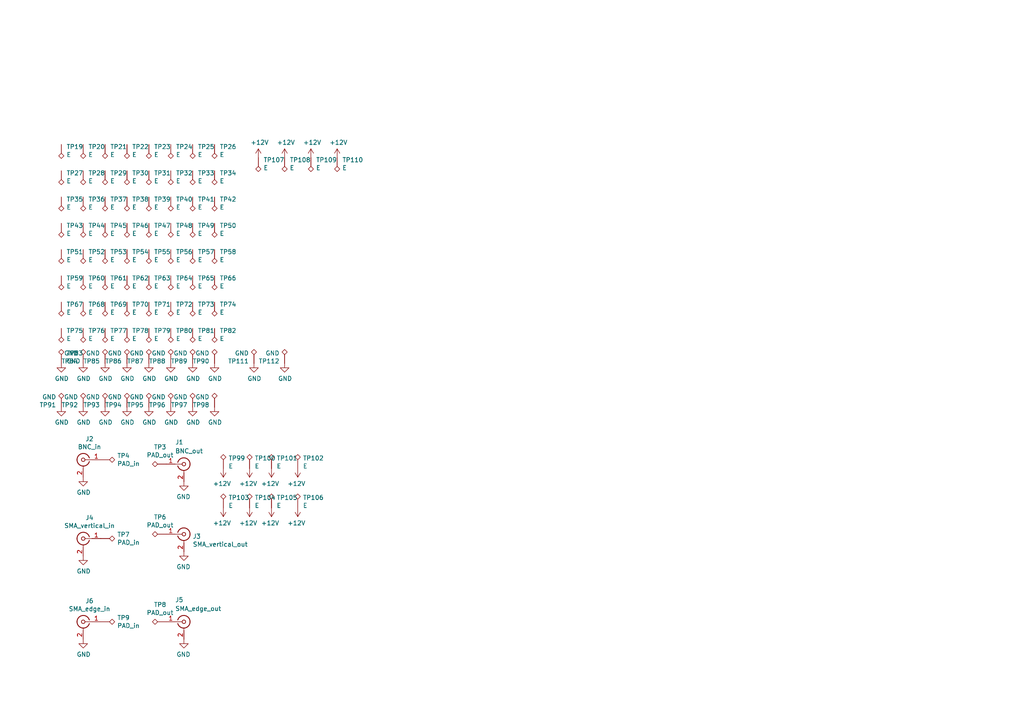
<source format=kicad_sch>
(kicad_sch (version 20211123) (generator eeschema)
  (paper "A4")
  (lib_symbols
    (symbol "Connector:Conn_Coaxial" (pin_names (offset 1.016) hide)
      (property "Reference" "J" (at 0.254 3.048 0))
      (property "Value" "Conn_Coaxial" (at 2.921 0 90))
      (symbol "Conn_Coaxial_0_1"
        (arc (start -1.778 -0.508) (mid 0.2311 -1.8066) (end 1.778 0) (stroke (width 0.254)))
        (polyline (pts (xy -2.54 0) (xy -0.508 0)))
        (polyline (pts (xy 0 -2.54) (xy 0 -1.778)))
        (circle (center 0 0) (radius 0.508) (stroke (width 0.2032)))
        (arc (start 1.778 0) (mid 0.2099 1.8101) (end -1.778 0.508) (stroke (width 0.254)))
      )
      (symbol "Conn_Coaxial_1_1"
        (pin passive line (at -5.08 0 0) (length 2.54) (name "In") (number "1"))
        (pin passive line (at 0 -5.08 90) (length 2.54) (name "Ext") (number "2"))
      )
    )
    (symbol "Connector:TestPoint_Alt" (pin_numbers hide) (pin_names (offset 0.762) hide)
      (property "Reference" "TP" (at 0 6.858 0))
      (property "Value" "TestPoint_Alt" (at 0 5.08 0))
      (symbol "TestPoint_Alt_0_1"
        (polyline (pts (xy 0 2.54) (xy -0.762 3.302) (xy 0 4.064) (xy 0.762 3.302) (xy 0 2.54)))
      )
      (symbol "TestPoint_Alt_1_1"
        (pin passive line (at 0 0 90) (length 2.54) (name "1") (number "1"))
      )
    )
    (symbol "power:+12V" (power) (pin_names (offset 0))
      (property "Value" "+12V" (at 0 3.556 0))
      (symbol "+12V_0_1"
        (polyline (pts (xy -0.762 1.27) (xy 0 2.54)))
        (polyline (pts (xy 0 0) (xy 0 2.54)))
        (polyline (pts (xy 0 2.54) (xy 0.762 1.27)))
      )
      (symbol "+12V_1_1"
        (pin power_in line (at 0 0 90) (length 0) hide (name "+12V") (number "1"))
      )
    )
    (symbol "power:GND" (power) (pin_names (offset 0))
      (property "Value" "GND" (at 0 -3.81 0))
      (symbol "GND_0_1"
        (polyline (pts (xy 0 0) (xy 0 -1.27) (xy 1.27 -1.27) (xy 0 -2.54) (xy -1.27 -1.27) (xy 0 -1.27)))
      )
      (symbol "GND_1_1"
        (pin power_in line (at 0 0 270) (length 0) hide (name "GND") (number "1"))
      )
    )
  )
  (symbol (lib_id "Connector:TestPoint_Alt") (at 74.93 45.72 180) (unit 1)
    (property "Reference" "TP107" (at 76.4032 46.3804 0) (effects (justify right)))
    (property "Value" "E" (at 76.4032 48.6918 0) (effects (justify right)))
    (property "Footprint" "TestPad:TestPad_2x49-72" (effects hide))
  )
  (symbol (lib_id "power:+12V") (at 74.93 45.72 0) (unit 1)
    (property "Reference" "#PWR0131" (effects hide))
    (property "Value" "+12V" (at 75.311 41.3258 0))
  )
  (symbol (lib_id "Connector:TestPoint_Alt") (at 82.55 45.72 180) (unit 1)
    (property "Reference" "TP108" (at 84.0232 46.3804 0) (effects (justify right)))
    (property "Value" "E" (at 84.0232 48.6918 0) (effects (justify right)))
    (property "Footprint" "TestPad:TestPad_2x49-72" (effects hide))
  )
  (symbol (lib_id "power:+12V") (at 82.55 45.72 0) (unit 1)
    (property "Reference" "#PWR0132" (effects hide))
    (property "Value" "+12V" (at 82.931 41.3258 0))
  )
  (symbol (lib_id "Connector:Conn_Coaxial") (at 24.13 133.35 0) (mirror y) (unit 1)
    (property "Reference" "J2" (at 25.9588 127.3048 0))
    (property "Value" "BNC_in" (at 25.9588 129.6162 0))
    (property "Footprint" "Connector_Coaxial:BNC_Amphenol_B6252HB-NPP3G-50_Horizontal" (effects hide))
    (property "Datasheet" " ~" (effects hide))
  )
  (symbol (lib_id "Connector:Conn_Coaxial") (at 24.13 156.21 0) (mirror y) (unit 1)
    (property "Reference" "J4" (at 25.9588 150.1648 0))
    (property "Value" "SMA_vertical_in" (at 25.9588 152.4762 0))
    (property "Footprint" "Connector_Coaxial:SMA_Amphenol_901-144_Vertical" (effects hide))
    (property "Datasheet" " ~" (effects hide))
  )
  (symbol (lib_id "Connector:Conn_Coaxial") (at 24.13 180.34 0) (mirror y) (unit 1)
    (property "Reference" "J6" (at 25.9588 174.2948 0))
    (property "Value" "SMA_edge_in" (at 25.9588 176.6062 0))
    (property "Footprint" "Connector_Coaxial:SMA_Molex_73251-1153_EdgeMount_Horizontal" (effects hide))
    (property "Datasheet" " ~" (effects hide))
  )
  (symbol (lib_id "power:GND") (at 24.13 138.43 0) (unit 1)
    (property "Reference" "#PWR0101" (effects hide))
    (property "Value" "GND" (at 24.257 142.8242 0))
  )
  (symbol (lib_id "power:GND") (at 24.13 161.29 0) (unit 1)
    (property "Reference" "#PWR0102" (effects hide))
    (property "Value" "GND" (at 24.257 165.6842 0))
  )
  (symbol (lib_id "power:GND") (at 24.13 185.42 0) (unit 1)
    (property "Reference" "#PWR0103" (effects hide))
    (property "Value" "GND" (at 24.257 189.8142 0))
  )
  (symbol (lib_id "Connector:Conn_Coaxial") (at 53.34 134.62 0) (unit 1)
    (property "Reference" "J1" (at 50.8 128.27 0) (effects (justify left)))
    (property "Value" "BNC_out" (at 50.8 130.81 0) (effects (justify left)))
    (property "Footprint" "Connector_Coaxial:BNC_Amphenol_B6252HB-NPP3G-50_Horizontal" (effects hide))
    (property "Datasheet" " ~" (effects hide))
  )
  (symbol (lib_id "Connector:Conn_Coaxial") (at 53.34 154.94 0) (unit 1)
    (property "Reference" "J3" (at 55.88 155.575 0) (effects (justify left)))
    (property "Value" "SMA_vertical_out" (at 55.88 157.8864 0) (effects (justify left)))
    (property "Footprint" "Connector_Coaxial:SMA_Amphenol_901-144_Vertical" (effects hide))
    (property "Datasheet" " ~" (effects hide))
  )
  (symbol (lib_id "Connector:Conn_Coaxial") (at 53.34 180.34 0) (unit 1)
    (property "Reference" "J5" (at 50.8 173.99 0) (effects (justify left)))
    (property "Value" "SMA_edge_out" (at 50.8 176.53 0) (effects (justify left)))
    (property "Footprint" "Connector_Coaxial:SMA_Molex_73251-1153_EdgeMount_Horizontal" (effects hide))
    (property "Datasheet" " ~" (effects hide))
  )
  (symbol (lib_id "power:GND") (at 53.34 139.7 0) (mirror y) (unit 1)
    (property "Reference" "#PWR0104" (effects hide))
    (property "Value" "GND" (at 53.213 144.0942 0))
  )
  (symbol (lib_id "power:GND") (at 53.34 160.02 0) (mirror y) (unit 1)
    (property "Reference" "#PWR0105" (effects hide))
    (property "Value" "GND" (at 53.213 164.4142 0))
  )
  (symbol (lib_id "power:GND") (at 53.34 185.42 0) (mirror y) (unit 1)
    (property "Reference" "#PWR0106" (effects hide))
    (property "Value" "GND" (at 53.213 189.8142 0))
  )
  (symbol (lib_id "Connector:TestPoint_Alt") (at 90.17 45.72 180) (unit 1)
    (property "Reference" "TP109" (at 91.6432 46.3804 0) (effects (justify right)))
    (property "Value" "E" (at 91.6432 48.6918 0) (effects (justify right)))
    (property "Footprint" "TestPad:TestPad_2x49-72" (effects hide))
  )
  (symbol (lib_id "power:+12V") (at 90.17 45.72 0) (unit 1)
    (property "Reference" "#PWR0133" (effects hide))
    (property "Value" "+12V" (at 90.551 41.3258 0))
  )
  (symbol (lib_id "Connector:TestPoint_Alt") (at 97.79 45.72 180) (unit 1)
    (property "Reference" "TP110" (at 99.2632 46.3804 0) (effects (justify right)))
    (property "Value" "E" (at 99.2632 48.6918 0) (effects (justify right)))
    (property "Footprint" "TestPad:TestPad_2x49-72" (effects hide))
  )
  (symbol (lib_id "power:+12V") (at 97.79 45.72 0) (unit 1)
    (property "Reference" "#PWR0134" (effects hide))
    (property "Value" "+12V" (at 98.171 41.3258 0))
  )
  (symbol (lib_id "Connector:TestPoint_Alt") (at 29.21 133.35 270) (unit 1)
    (property "Reference" "TP4" (at 33.9852 132.1816 90) (effects (justify left)))
    (property "Value" "PAD_in" (at 33.9852 134.493 90) (effects (justify left)))
    (property "Footprint" "TestPoint:TestPoint_Pad_4.0x4.0mm" (effects hide))
  )
  (symbol (lib_id "Connector:TestPoint_Alt") (at 29.21 156.21 270) (unit 1)
    (property "Reference" "TP7" (at 33.9852 155.0416 90) (effects (justify left)))
    (property "Value" "PAD_in" (at 33.9852 157.353 90) (effects (justify left)))
    (property "Footprint" "TestPoint:TestPoint_Pad_4.0x4.0mm" (effects hide))
  )
  (symbol (lib_id "Connector:TestPoint_Alt") (at 29.21 180.34 270) (unit 1)
    (property "Reference" "TP9" (at 33.9852 179.1716 90) (effects (justify left)))
    (property "Value" "PAD_in" (at 33.9852 181.483 90) (effects (justify left)))
    (property "Footprint" "TestPoint:TestPoint_Pad_4.0x4.0mm" (effects hide))
  )
  (symbol (lib_id "Connector:TestPoint_Alt") (at 48.26 134.62 90) (unit 1)
    (property "Reference" "TP3" (at 46.4312 129.667 90))
    (property "Value" "PAD_out" (at 46.4312 131.9784 90))
    (property "Footprint" "TestPoint:TestPoint_Pad_4.0x4.0mm" (effects hide))
  )
  (symbol (lib_id "Connector:TestPoint_Alt") (at 48.26 154.94 90) (unit 1)
    (property "Reference" "TP6" (at 46.4312 149.987 90))
    (property "Value" "PAD_out" (at 46.4312 152.2984 90))
    (property "Footprint" "TestPoint:TestPoint_Pad_4.0x4.0mm" (effects hide))
  )
  (symbol (lib_id "Connector:TestPoint_Alt") (at 48.26 180.34 90) (unit 1)
    (property "Reference" "TP8" (at 46.4312 175.387 90))
    (property "Value" "PAD_out" (at 46.4312 177.6984 90))
    (property "Footprint" "TestPoint:TestPoint_Pad_4.0x4.0mm" (effects hide))
  )
  (symbol (lib_id "Connector:TestPoint_Alt") (at 73.66 105.41 0) (unit 1)
    (property "Reference" "TP111" (at 72.1868 104.7496 0) (effects (justify right)))
    (property "Value" "GND" (at 72.1868 102.4382 0) (effects (justify right)))
    (property "Footprint" "TestPad:TestPad_2x103-06" (effects hide))
  )
  (symbol (lib_id "power:GND") (at 73.66 105.41 0) (unit 1)
    (property "Reference" "#PWR0135" (effects hide))
    (property "Value" "GND" (at 73.787 109.8042 0))
  )
  (symbol (lib_id "Connector:TestPoint_Alt") (at 82.55 105.41 0) (unit 1)
    (property "Reference" "TP112" (at 81.0768 104.7496 0) (effects (justify right)))
    (property "Value" "GND" (at 81.0768 102.4382 0) (effects (justify right)))
    (property "Footprint" "TestPad:TestPad_2x103-06" (effects hide))
  )
  (symbol (lib_id "power:GND") (at 82.55 105.41 0) (unit 1)
    (property "Reference" "#PWR0136" (effects hide))
    (property "Value" "GND" (at 82.677 109.8042 0))
  )
  (symbol (lib_id "Connector:TestPoint_Alt") (at 17.78 41.91 180) (unit 1)
    (property "Reference" "TP19" (at 19.2532 42.5704 0) (effects (justify right)))
    (property "Value" "E" (at 19.2532 44.8818 0) (effects (justify right)))
    (property "Footprint" "TestPoint:TestPoint_Pad_4.0x4.0mm" (effects hide))
  )
  (symbol (lib_id "Connector:TestPoint_Alt") (at 24.13 41.91 180) (unit 1)
    (property "Reference" "TP20" (at 25.6032 42.5704 0) (effects (justify right)))
    (property "Value" "E" (at 25.6032 44.8818 0) (effects (justify right)))
    (property "Footprint" "TestPoint:TestPoint_Pad_4.0x4.0mm" (effects hide))
  )
  (symbol (lib_id "Connector:TestPoint_Alt") (at 17.78 49.53 180) (unit 1)
    (property "Reference" "TP27" (at 19.2532 50.1904 0) (effects (justify right)))
    (property "Value" "E" (at 19.2532 52.5018 0) (effects (justify right)))
    (property "Footprint" "TestPoint:TestPoint_Pad_4.0x4.0mm" (effects hide))
  )
  (symbol (lib_id "Connector:TestPoint_Alt") (at 24.13 49.53 180) (unit 1)
    (property "Reference" "TP28" (at 25.6032 50.1904 0) (effects (justify right)))
    (property "Value" "E" (at 25.6032 52.5018 0) (effects (justify right)))
    (property "Footprint" "TestPoint:TestPoint_Pad_4.0x4.0mm" (effects hide))
  )
  (symbol (lib_id "Connector:TestPoint_Alt") (at 30.48 41.91 180) (unit 1)
    (property "Reference" "TP21" (at 31.9532 42.5704 0) (effects (justify right)))
    (property "Value" "E" (at 31.9532 44.8818 0) (effects (justify right)))
    (property "Footprint" "TestPoint:TestPoint_Pad_4.0x4.0mm" (effects hide))
  )
  (symbol (lib_id "Connector:TestPoint_Alt") (at 36.83 41.91 180) (unit 1)
    (property "Reference" "TP22" (at 38.3032 42.5704 0) (effects (justify right)))
    (property "Value" "E" (at 38.3032 44.8818 0) (effects (justify right)))
    (property "Footprint" "TestPoint:TestPoint_Pad_4.0x4.0mm" (effects hide))
  )
  (symbol (lib_id "Connector:TestPoint_Alt") (at 30.48 49.53 180) (unit 1)
    (property "Reference" "TP29" (at 31.9532 50.1904 0) (effects (justify right)))
    (property "Value" "E" (at 31.9532 52.5018 0) (effects (justify right)))
    (property "Footprint" "TestPoint:TestPoint_Pad_4.0x4.0mm" (effects hide))
  )
  (symbol (lib_id "Connector:TestPoint_Alt") (at 36.83 49.53 180) (unit 1)
    (property "Reference" "TP30" (at 38.3032 50.1904 0) (effects (justify right)))
    (property "Value" "E" (at 38.3032 52.5018 0) (effects (justify right)))
    (property "Footprint" "TestPoint:TestPoint_Pad_4.0x4.0mm" (effects hide))
  )
  (symbol (lib_id "Connector:TestPoint_Alt") (at 17.78 57.15 180) (unit 1)
    (property "Reference" "TP35" (at 19.2532 57.8104 0) (effects (justify right)))
    (property "Value" "E" (at 19.2532 60.1218 0) (effects (justify right)))
    (property "Footprint" "TestPoint:TestPoint_Pad_4.0x4.0mm" (effects hide))
  )
  (symbol (lib_id "Connector:TestPoint_Alt") (at 24.13 57.15 180) (unit 1)
    (property "Reference" "TP36" (at 25.6032 57.8104 0) (effects (justify right)))
    (property "Value" "E" (at 25.6032 60.1218 0) (effects (justify right)))
    (property "Footprint" "TestPoint:TestPoint_Pad_4.0x4.0mm" (effects hide))
  )
  (symbol (lib_id "Connector:TestPoint_Alt") (at 17.78 64.77 180) (unit 1)
    (property "Reference" "TP43" (at 19.2532 65.4304 0) (effects (justify right)))
    (property "Value" "E" (at 19.2532 67.7418 0) (effects (justify right)))
    (property "Footprint" "TestPoint:TestPoint_Pad_4.0x4.0mm" (effects hide))
  )
  (symbol (lib_id "Connector:TestPoint_Alt") (at 24.13 64.77 180) (unit 1)
    (property "Reference" "TP44" (at 25.6032 65.4304 0) (effects (justify right)))
    (property "Value" "E" (at 25.6032 67.7418 0) (effects (justify right)))
    (property "Footprint" "TestPoint:TestPoint_Pad_4.0x4.0mm" (effects hide))
  )
  (symbol (lib_id "Connector:TestPoint_Alt") (at 30.48 57.15 180) (unit 1)
    (property "Reference" "TP37" (at 31.9532 57.8104 0) (effects (justify right)))
    (property "Value" "E" (at 31.9532 60.1218 0) (effects (justify right)))
    (property "Footprint" "TestPoint:TestPoint_Pad_4.0x4.0mm" (effects hide))
  )
  (symbol (lib_id "Connector:TestPoint_Alt") (at 36.83 57.15 180) (unit 1)
    (property "Reference" "TP38" (at 38.3032 57.8104 0) (effects (justify right)))
    (property "Value" "E" (at 38.3032 60.1218 0) (effects (justify right)))
    (property "Footprint" "TestPoint:TestPoint_Pad_4.0x4.0mm" (effects hide))
  )
  (symbol (lib_id "Connector:TestPoint_Alt") (at 30.48 64.77 180) (unit 1)
    (property "Reference" "TP45" (at 31.9532 65.4304 0) (effects (justify right)))
    (property "Value" "E" (at 31.9532 67.7418 0) (effects (justify right)))
    (property "Footprint" "TestPoint:TestPoint_Pad_4.0x4.0mm" (effects hide))
  )
  (symbol (lib_id "Connector:TestPoint_Alt") (at 36.83 64.77 180) (unit 1)
    (property "Reference" "TP46" (at 38.3032 65.4304 0) (effects (justify right)))
    (property "Value" "E" (at 38.3032 67.7418 0) (effects (justify right)))
    (property "Footprint" "TestPoint:TestPoint_Pad_4.0x4.0mm" (effects hide))
  )
  (symbol (lib_id "Connector:TestPoint_Alt") (at 43.18 41.91 180) (unit 1)
    (property "Reference" "TP23" (at 44.6532 42.5704 0) (effects (justify right)))
    (property "Value" "E" (at 44.6532 44.8818 0) (effects (justify right)))
    (property "Footprint" "TestPoint:TestPoint_Pad_4.0x4.0mm" (effects hide))
  )
  (symbol (lib_id "Connector:TestPoint_Alt") (at 49.53 41.91 180) (unit 1)
    (property "Reference" "TP24" (at 51.0032 42.5704 0) (effects (justify right)))
    (property "Value" "E" (at 51.0032 44.8818 0) (effects (justify right)))
    (property "Footprint" "TestPoint:TestPoint_Pad_4.0x4.0mm" (effects hide))
  )
  (symbol (lib_id "Connector:TestPoint_Alt") (at 43.18 49.53 180) (unit 1)
    (property "Reference" "TP31" (at 44.6532 50.1904 0) (effects (justify right)))
    (property "Value" "E" (at 44.6532 52.5018 0) (effects (justify right)))
    (property "Footprint" "TestPoint:TestPoint_Pad_4.0x4.0mm" (effects hide))
  )
  (symbol (lib_id "Connector:TestPoint_Alt") (at 49.53 49.53 180) (unit 1)
    (property "Reference" "TP32" (at 51.0032 50.1904 0) (effects (justify right)))
    (property "Value" "E" (at 51.0032 52.5018 0) (effects (justify right)))
    (property "Footprint" "TestPoint:TestPoint_Pad_4.0x4.0mm" (effects hide))
  )
  (symbol (lib_id "Connector:TestPoint_Alt") (at 55.88 41.91 180) (unit 1)
    (property "Reference" "TP25" (at 57.3532 42.5704 0) (effects (justify right)))
    (property "Value" "E" (at 57.3532 44.8818 0) (effects (justify right)))
    (property "Footprint" "TestPoint:TestPoint_Pad_4.0x4.0mm" (effects hide))
  )
  (symbol (lib_id "Connector:TestPoint_Alt") (at 62.23 41.91 180) (unit 1)
    (property "Reference" "TP26" (at 63.7032 42.5704 0) (effects (justify right)))
    (property "Value" "E" (at 63.7032 44.8818 0) (effects (justify right)))
    (property "Footprint" "TestPoint:TestPoint_Pad_4.0x4.0mm" (effects hide))
  )
  (symbol (lib_id "Connector:TestPoint_Alt") (at 55.88 49.53 180) (unit 1)
    (property "Reference" "TP33" (at 57.3532 50.1904 0) (effects (justify right)))
    (property "Value" "E" (at 57.3532 52.5018 0) (effects (justify right)))
    (property "Footprint" "TestPoint:TestPoint_Pad_4.0x4.0mm" (effects hide))
  )
  (symbol (lib_id "Connector:TestPoint_Alt") (at 62.23 49.53 180) (unit 1)
    (property "Reference" "TP34" (at 63.7032 50.1904 0) (effects (justify right)))
    (property "Value" "E" (at 63.7032 52.5018 0) (effects (justify right)))
    (property "Footprint" "TestPoint:TestPoint_Pad_4.0x4.0mm" (effects hide))
  )
  (symbol (lib_id "Connector:TestPoint_Alt") (at 43.18 57.15 180) (unit 1)
    (property "Reference" "TP39" (at 44.6532 57.8104 0) (effects (justify right)))
    (property "Value" "E" (at 44.6532 60.1218 0) (effects (justify right)))
    (property "Footprint" "TestPoint:TestPoint_Pad_4.0x4.0mm" (effects hide))
  )
  (symbol (lib_id "Connector:TestPoint_Alt") (at 49.53 57.15 180) (unit 1)
    (property "Reference" "TP40" (at 51.0032 57.8104 0) (effects (justify right)))
    (property "Value" "E" (at 51.0032 60.1218 0) (effects (justify right)))
    (property "Footprint" "TestPoint:TestPoint_Pad_4.0x4.0mm" (effects hide))
  )
  (symbol (lib_id "Connector:TestPoint_Alt") (at 43.18 64.77 180) (unit 1)
    (property "Reference" "TP47" (at 44.6532 65.4304 0) (effects (justify right)))
    (property "Value" "E" (at 44.6532 67.7418 0) (effects (justify right)))
    (property "Footprint" "TestPoint:TestPoint_Pad_4.0x4.0mm" (effects hide))
  )
  (symbol (lib_id "Connector:TestPoint_Alt") (at 49.53 64.77 180) (unit 1)
    (property "Reference" "TP48" (at 51.0032 65.4304 0) (effects (justify right)))
    (property "Value" "E" (at 51.0032 67.7418 0) (effects (justify right)))
    (property "Footprint" "TestPoint:TestPoint_Pad_4.0x4.0mm" (effects hide))
  )
  (symbol (lib_id "Connector:TestPoint_Alt") (at 55.88 57.15 180) (unit 1)
    (property "Reference" "TP41" (at 57.3532 57.8104 0) (effects (justify right)))
    (property "Value" "E" (at 57.3532 60.1218 0) (effects (justify right)))
    (property "Footprint" "TestPoint:TestPoint_Pad_4.0x4.0mm" (effects hide))
  )
  (symbol (lib_id "Connector:TestPoint_Alt") (at 62.23 57.15 180) (unit 1)
    (property "Reference" "TP42" (at 63.7032 57.8104 0) (effects (justify right)))
    (property "Value" "E" (at 63.7032 60.1218 0) (effects (justify right)))
    (property "Footprint" "TestPoint:TestPoint_Pad_4.0x4.0mm" (effects hide))
  )
  (symbol (lib_id "Connector:TestPoint_Alt") (at 55.88 64.77 180) (unit 1)
    (property "Reference" "TP49" (at 57.3532 65.4304 0) (effects (justify right)))
    (property "Value" "E" (at 57.3532 67.7418 0) (effects (justify right)))
    (property "Footprint" "TestPoint:TestPoint_Pad_4.0x4.0mm" (effects hide))
  )
  (symbol (lib_id "Connector:TestPoint_Alt") (at 62.23 64.77 180) (unit 1)
    (property "Reference" "TP50" (at 63.7032 65.4304 0) (effects (justify right)))
    (property "Value" "E" (at 63.7032 67.7418 0) (effects (justify right)))
    (property "Footprint" "TestPoint:TestPoint_Pad_4.0x4.0mm" (effects hide))
  )
  (symbol (lib_id "Connector:TestPoint_Alt") (at 17.78 72.39 180) (unit 1)
    (property "Reference" "TP51" (at 19.2532 73.0504 0) (effects (justify right)))
    (property "Value" "E" (at 19.2532 75.3618 0) (effects (justify right)))
    (property "Footprint" "TestPoint:TestPoint_Pad_4.0x4.0mm" (effects hide))
  )
  (symbol (lib_id "Connector:TestPoint_Alt") (at 24.13 72.39 180) (unit 1)
    (property "Reference" "TP52" (at 25.6032 73.0504 0) (effects (justify right)))
    (property "Value" "E" (at 25.6032 75.3618 0) (effects (justify right)))
    (property "Footprint" "TestPoint:TestPoint_Pad_4.0x4.0mm" (effects hide))
  )
  (symbol (lib_id "Connector:TestPoint_Alt") (at 17.78 80.01 180) (unit 1)
    (property "Reference" "TP59" (at 19.2532 80.6704 0) (effects (justify right)))
    (property "Value" "E" (at 19.2532 82.9818 0) (effects (justify right)))
    (property "Footprint" "TestPoint:TestPoint_Pad_4.0x4.0mm" (effects hide))
  )
  (symbol (lib_id "Connector:TestPoint_Alt") (at 24.13 80.01 180) (unit 1)
    (property "Reference" "TP60" (at 25.6032 80.6704 0) (effects (justify right)))
    (property "Value" "E" (at 25.6032 82.9818 0) (effects (justify right)))
    (property "Footprint" "TestPoint:TestPoint_Pad_4.0x4.0mm" (effects hide))
  )
  (symbol (lib_id "Connector:TestPoint_Alt") (at 30.48 72.39 180) (unit 1)
    (property "Reference" "TP53" (at 31.9532 73.0504 0) (effects (justify right)))
    (property "Value" "E" (at 31.9532 75.3618 0) (effects (justify right)))
    (property "Footprint" "TestPoint:TestPoint_Pad_4.0x4.0mm" (effects hide))
  )
  (symbol (lib_id "Connector:TestPoint_Alt") (at 36.83 72.39 180) (unit 1)
    (property "Reference" "TP54" (at 38.3032 73.0504 0) (effects (justify right)))
    (property "Value" "E" (at 38.3032 75.3618 0) (effects (justify right)))
    (property "Footprint" "TestPoint:TestPoint_Pad_4.0x4.0mm" (effects hide))
  )
  (symbol (lib_id "Connector:TestPoint_Alt") (at 30.48 80.01 180) (unit 1)
    (property "Reference" "TP61" (at 31.9532 80.6704 0) (effects (justify right)))
    (property "Value" "E" (at 31.9532 82.9818 0) (effects (justify right)))
    (property "Footprint" "TestPoint:TestPoint_Pad_4.0x4.0mm" (effects hide))
  )
  (symbol (lib_id "Connector:TestPoint_Alt") (at 36.83 80.01 180) (unit 1)
    (property "Reference" "TP62" (at 38.3032 80.6704 0) (effects (justify right)))
    (property "Value" "E" (at 38.3032 82.9818 0) (effects (justify right)))
    (property "Footprint" "TestPoint:TestPoint_Pad_4.0x4.0mm" (effects hide))
  )
  (symbol (lib_id "Connector:TestPoint_Alt") (at 17.78 87.63 180) (unit 1)
    (property "Reference" "TP67" (at 19.2532 88.2904 0) (effects (justify right)))
    (property "Value" "E" (at 19.2532 90.6018 0) (effects (justify right)))
    (property "Footprint" "TestPoint:TestPoint_Pad_4.0x4.0mm" (effects hide))
  )
  (symbol (lib_id "Connector:TestPoint_Alt") (at 24.13 87.63 180) (unit 1)
    (property "Reference" "TP68" (at 25.6032 88.2904 0) (effects (justify right)))
    (property "Value" "E" (at 25.6032 90.6018 0) (effects (justify right)))
    (property "Footprint" "TestPoint:TestPoint_Pad_4.0x4.0mm" (effects hide))
  )
  (symbol (lib_id "Connector:TestPoint_Alt") (at 17.78 95.25 180) (unit 1)
    (property "Reference" "TP75" (at 19.2532 95.9104 0) (effects (justify right)))
    (property "Value" "E" (at 19.2532 98.2218 0) (effects (justify right)))
    (property "Footprint" "TestPoint:TestPoint_Pad_4.0x4.0mm" (effects hide))
  )
  (symbol (lib_id "Connector:TestPoint_Alt") (at 24.13 95.25 180) (unit 1)
    (property "Reference" "TP76" (at 25.6032 95.9104 0) (effects (justify right)))
    (property "Value" "E" (at 25.6032 98.2218 0) (effects (justify right)))
    (property "Footprint" "TestPoint:TestPoint_Pad_4.0x4.0mm" (effects hide))
  )
  (symbol (lib_id "Connector:TestPoint_Alt") (at 30.48 87.63 180) (unit 1)
    (property "Reference" "TP69" (at 31.9532 88.2904 0) (effects (justify right)))
    (property "Value" "E" (at 31.9532 90.6018 0) (effects (justify right)))
    (property "Footprint" "TestPoint:TestPoint_Pad_4.0x4.0mm" (effects hide))
  )
  (symbol (lib_id "Connector:TestPoint_Alt") (at 36.83 87.63 180) (unit 1)
    (property "Reference" "TP70" (at 38.3032 88.2904 0) (effects (justify right)))
    (property "Value" "E" (at 38.3032 90.6018 0) (effects (justify right)))
    (property "Footprint" "TestPoint:TestPoint_Pad_4.0x4.0mm" (effects hide))
  )
  (symbol (lib_id "Connector:TestPoint_Alt") (at 30.48 95.25 180) (unit 1)
    (property "Reference" "TP77" (at 31.9532 95.9104 0) (effects (justify right)))
    (property "Value" "E" (at 31.9532 98.2218 0) (effects (justify right)))
    (property "Footprint" "TestPoint:TestPoint_Pad_4.0x4.0mm" (effects hide))
  )
  (symbol (lib_id "Connector:TestPoint_Alt") (at 36.83 95.25 180) (unit 1)
    (property "Reference" "TP78" (at 38.3032 95.9104 0) (effects (justify right)))
    (property "Value" "E" (at 38.3032 98.2218 0) (effects (justify right)))
    (property "Footprint" "TestPoint:TestPoint_Pad_4.0x4.0mm" (effects hide))
  )
  (symbol (lib_id "Connector:TestPoint_Alt") (at 43.18 72.39 180) (unit 1)
    (property "Reference" "TP55" (at 44.6532 73.0504 0) (effects (justify right)))
    (property "Value" "E" (at 44.6532 75.3618 0) (effects (justify right)))
    (property "Footprint" "TestPoint:TestPoint_Pad_4.0x4.0mm" (effects hide))
  )
  (symbol (lib_id "Connector:TestPoint_Alt") (at 49.53 72.39 180) (unit 1)
    (property "Reference" "TP56" (at 51.0032 73.0504 0) (effects (justify right)))
    (property "Value" "E" (at 51.0032 75.3618 0) (effects (justify right)))
    (property "Footprint" "TestPoint:TestPoint_Pad_4.0x4.0mm" (effects hide))
  )
  (symbol (lib_id "Connector:TestPoint_Alt") (at 43.18 80.01 180) (unit 1)
    (property "Reference" "TP63" (at 44.6532 80.6704 0) (effects (justify right)))
    (property "Value" "E" (at 44.6532 82.9818 0) (effects (justify right)))
    (property "Footprint" "TestPoint:TestPoint_Pad_4.0x4.0mm" (effects hide))
  )
  (symbol (lib_id "Connector:TestPoint_Alt") (at 49.53 80.01 180) (unit 1)
    (property "Reference" "TP64" (at 51.0032 80.6704 0) (effects (justify right)))
    (property "Value" "E" (at 51.0032 82.9818 0) (effects (justify right)))
    (property "Footprint" "TestPoint:TestPoint_Pad_4.0x4.0mm" (effects hide))
  )
  (symbol (lib_id "Connector:TestPoint_Alt") (at 55.88 72.39 180) (unit 1)
    (property "Reference" "TP57" (at 57.3532 73.0504 0) (effects (justify right)))
    (property "Value" "E" (at 57.3532 75.3618 0) (effects (justify right)))
    (property "Footprint" "TestPoint:TestPoint_Pad_4.0x4.0mm" (effects hide))
  )
  (symbol (lib_id "Connector:TestPoint_Alt") (at 62.23 72.39 180) (unit 1)
    (property "Reference" "TP58" (at 63.7032 73.0504 0) (effects (justify right)))
    (property "Value" "E" (at 63.7032 75.3618 0) (effects (justify right)))
    (property "Footprint" "TestPoint:TestPoint_Pad_4.0x4.0mm" (effects hide))
  )
  (symbol (lib_id "Connector:TestPoint_Alt") (at 55.88 80.01 180) (unit 1)
    (property "Reference" "TP65" (at 57.3532 80.6704 0) (effects (justify right)))
    (property "Value" "E" (at 57.3532 82.9818 0) (effects (justify right)))
    (property "Footprint" "TestPoint:TestPoint_Pad_4.0x4.0mm" (effects hide))
  )
  (symbol (lib_id "Connector:TestPoint_Alt") (at 62.23 80.01 180) (unit 1)
    (property "Reference" "TP66" (at 63.7032 80.6704 0) (effects (justify right)))
    (property "Value" "E" (at 63.7032 82.9818 0) (effects (justify right)))
    (property "Footprint" "TestPoint:TestPoint_Pad_4.0x4.0mm" (effects hide))
  )
  (symbol (lib_id "Connector:TestPoint_Alt") (at 43.18 87.63 180) (unit 1)
    (property "Reference" "TP71" (at 44.6532 88.2904 0) (effects (justify right)))
    (property "Value" "E" (at 44.6532 90.6018 0) (effects (justify right)))
    (property "Footprint" "TestPoint:TestPoint_Pad_4.0x4.0mm" (effects hide))
  )
  (symbol (lib_id "Connector:TestPoint_Alt") (at 49.53 87.63 180) (unit 1)
    (property "Reference" "TP72" (at 51.0032 88.2904 0) (effects (justify right)))
    (property "Value" "E" (at 51.0032 90.6018 0) (effects (justify right)))
    (property "Footprint" "TestPoint:TestPoint_Pad_4.0x4.0mm" (effects hide))
  )
  (symbol (lib_id "Connector:TestPoint_Alt") (at 43.18 95.25 180) (unit 1)
    (property "Reference" "TP79" (at 44.6532 95.9104 0) (effects (justify right)))
    (property "Value" "E" (at 44.6532 98.2218 0) (effects (justify right)))
    (property "Footprint" "TestPoint:TestPoint_Pad_4.0x4.0mm" (effects hide))
  )
  (symbol (lib_id "Connector:TestPoint_Alt") (at 49.53 95.25 180) (unit 1)
    (property "Reference" "TP80" (at 51.0032 95.9104 0) (effects (justify right)))
    (property "Value" "E" (at 51.0032 98.2218 0) (effects (justify right)))
    (property "Footprint" "TestPoint:TestPoint_Pad_4.0x4.0mm" (effects hide))
  )
  (symbol (lib_id "Connector:TestPoint_Alt") (at 55.88 87.63 180) (unit 1)
    (property "Reference" "TP73" (at 57.3532 88.2904 0) (effects (justify right)))
    (property "Value" "E" (at 57.3532 90.6018 0) (effects (justify right)))
    (property "Footprint" "TestPoint:TestPoint_Pad_4.0x4.0mm" (effects hide))
  )
  (symbol (lib_id "Connector:TestPoint_Alt") (at 62.23 87.63 180) (unit 1)
    (property "Reference" "TP74" (at 63.7032 88.2904 0) (effects (justify right)))
    (property "Value" "E" (at 63.7032 90.6018 0) (effects (justify right)))
    (property "Footprint" "TestPoint:TestPoint_Pad_4.0x4.0mm" (effects hide))
  )
  (symbol (lib_id "Connector:TestPoint_Alt") (at 55.88 95.25 180) (unit 1)
    (property "Reference" "TP81" (at 57.3532 95.9104 0) (effects (justify right)))
    (property "Value" "E" (at 57.3532 98.2218 0) (effects (justify right)))
    (property "Footprint" "TestPoint:TestPoint_Pad_4.0x4.0mm" (effects hide))
  )
  (symbol (lib_id "Connector:TestPoint_Alt") (at 62.23 95.25 180) (unit 1)
    (property "Reference" "TP82" (at 63.7032 95.9104 0) (effects (justify right)))
    (property "Value" "E" (at 63.7032 98.2218 0) (effects (justify right)))
    (property "Footprint" "TestPoint:TestPoint_Pad_4.0x4.0mm" (effects hide))
  )
  (symbol (lib_id "Connector:TestPoint_Alt") (at 17.78 105.41 0) (unit 1)
    (property "Reference" "TP83" (at 19.2532 102.4128 0) (effects (justify left)))
    (property "Value" "GND" (at 19.2532 104.7242 0) (effects (justify left)))
    (property "Footprint" "TestPoint:TestPoint_Pad_4.0x4.0mm" (effects hide))
  )
  (symbol (lib_id "power:GND") (at 17.78 105.41 0) (unit 1)
    (property "Reference" "#PWR0107" (effects hide))
    (property "Value" "GND" (at 17.907 109.8042 0))
  )
  (symbol (lib_id "Connector:TestPoint_Alt") (at 24.13 105.41 0) (unit 1)
    (property "Reference" "TP84" (at 22.6568 104.7496 0) (effects (justify right)))
    (property "Value" "GND" (at 22.6568 102.4382 0) (effects (justify right)))
    (property "Footprint" "TestPoint:TestPoint_Pad_4.0x4.0mm" (effects hide))
  )
  (symbol (lib_id "power:GND") (at 24.13 105.41 0) (unit 1)
    (property "Reference" "#PWR0108" (effects hide))
    (property "Value" "GND" (at 24.257 109.8042 0))
  )
  (symbol (lib_id "Connector:TestPoint_Alt") (at 30.48 105.41 0) (unit 1)
    (property "Reference" "TP85" (at 29.0068 104.7496 0) (effects (justify right)))
    (property "Value" "GND" (at 29.0068 102.4382 0) (effects (justify right)))
    (property "Footprint" "TestPoint:TestPoint_Pad_4.0x4.0mm" (effects hide))
  )
  (symbol (lib_id "power:GND") (at 30.48 105.41 0) (unit 1)
    (property "Reference" "#PWR0109" (effects hide))
    (property "Value" "GND" (at 30.607 109.8042 0))
  )
  (symbol (lib_id "Connector:TestPoint_Alt") (at 36.83 105.41 0) (unit 1)
    (property "Reference" "TP86" (at 35.3568 104.7496 0) (effects (justify right)))
    (property "Value" "GND" (at 35.3568 102.4382 0) (effects (justify right)))
    (property "Footprint" "TestPoint:TestPoint_Pad_4.0x4.0mm" (effects hide))
  )
  (symbol (lib_id "power:GND") (at 36.83 105.41 0) (unit 1)
    (property "Reference" "#PWR0110" (effects hide))
    (property "Value" "GND" (at 36.957 109.8042 0))
  )
  (symbol (lib_id "Connector:TestPoint_Alt") (at 43.18 105.41 0) (unit 1)
    (property "Reference" "TP87" (at 41.7068 104.7496 0) (effects (justify right)))
    (property "Value" "GND" (at 41.7068 102.4382 0) (effects (justify right)))
    (property "Footprint" "TestPoint:TestPoint_Pad_4.0x4.0mm" (effects hide))
  )
  (symbol (lib_id "power:GND") (at 43.18 105.41 0) (unit 1)
    (property "Reference" "#PWR0111" (effects hide))
    (property "Value" "GND" (at 43.307 109.8042 0))
  )
  (symbol (lib_id "Connector:TestPoint_Alt") (at 49.53 105.41 0) (unit 1)
    (property "Reference" "TP88" (at 48.0568 104.7496 0) (effects (justify right)))
    (property "Value" "GND" (at 48.0568 102.4382 0) (effects (justify right)))
    (property "Footprint" "TestPoint:TestPoint_Pad_4.0x4.0mm" (effects hide))
  )
  (symbol (lib_id "power:GND") (at 49.53 105.41 0) (unit 1)
    (property "Reference" "#PWR0112" (effects hide))
    (property "Value" "GND" (at 49.657 109.8042 0))
  )
  (symbol (lib_id "Connector:TestPoint_Alt") (at 55.88 105.41 0) (unit 1)
    (property "Reference" "TP89" (at 54.4068 104.7496 0) (effects (justify right)))
    (property "Value" "GND" (at 54.4068 102.4382 0) (effects (justify right)))
    (property "Footprint" "TestPoint:TestPoint_Pad_4.0x4.0mm" (effects hide))
  )
  (symbol (lib_id "power:GND") (at 55.88 105.41 0) (unit 1)
    (property "Reference" "#PWR0113" (effects hide))
    (property "Value" "GND" (at 56.007 109.8042 0))
  )
  (symbol (lib_id "Connector:TestPoint_Alt") (at 62.23 105.41 0) (unit 1)
    (property "Reference" "TP90" (at 60.7568 104.7496 0) (effects (justify right)))
    (property "Value" "GND" (at 60.7568 102.4382 0) (effects (justify right)))
    (property "Footprint" "TestPoint:TestPoint_Pad_4.0x4.0mm" (effects hide))
  )
  (symbol (lib_id "power:GND") (at 62.23 105.41 0) (unit 1)
    (property "Reference" "#PWR0114" (effects hide))
    (property "Value" "GND" (at 62.357 109.8042 0))
  )
  (symbol (lib_id "Connector:TestPoint_Alt") (at 17.78 118.11 0) (unit 1)
    (property "Reference" "TP91" (at 16.3068 117.4496 0) (effects (justify right)))
    (property "Value" "GND" (at 16.3068 115.1382 0) (effects (justify right)))
    (property "Footprint" "TestPoint:TestPoint_Pad_4.0x4.0mm" (effects hide))
  )
  (symbol (lib_id "power:GND") (at 17.78 118.11 0) (unit 1)
    (property "Reference" "#PWR0115" (effects hide))
    (property "Value" "GND" (at 17.907 122.5042 0))
  )
  (symbol (lib_id "Connector:TestPoint_Alt") (at 24.13 118.11 0) (unit 1)
    (property "Reference" "TP92" (at 22.6568 117.4496 0) (effects (justify right)))
    (property "Value" "GND" (at 22.6568 115.1382 0) (effects (justify right)))
    (property "Footprint" "TestPoint:TestPoint_Pad_4.0x4.0mm" (effects hide))
  )
  (symbol (lib_id "power:GND") (at 24.13 118.11 0) (unit 1)
    (property "Reference" "#PWR0116" (effects hide))
    (property "Value" "GND" (at 24.257 122.5042 0))
  )
  (symbol (lib_id "Connector:TestPoint_Alt") (at 30.48 118.11 0) (unit 1)
    (property "Reference" "TP93" (at 29.0068 117.4496 0) (effects (justify right)))
    (property "Value" "GND" (at 29.0068 115.1382 0) (effects (justify right)))
    (property "Footprint" "TestPoint:TestPoint_Pad_4.0x4.0mm" (effects hide))
  )
  (symbol (lib_id "power:GND") (at 30.48 118.11 0) (unit 1)
    (property "Reference" "#PWR0117" (effects hide))
    (property "Value" "GND" (at 30.607 122.5042 0))
  )
  (symbol (lib_id "Connector:TestPoint_Alt") (at 36.83 118.11 0) (unit 1)
    (property "Reference" "TP94" (at 35.3568 117.4496 0) (effects (justify right)))
    (property "Value" "GND" (at 35.3568 115.1382 0) (effects (justify right)))
    (property "Footprint" "TestPoint:TestPoint_Pad_4.0x4.0mm" (effects hide))
  )
  (symbol (lib_id "power:GND") (at 36.83 118.11 0) (unit 1)
    (property "Reference" "#PWR0118" (effects hide))
    (property "Value" "GND" (at 36.957 122.5042 0))
  )
  (symbol (lib_id "Connector:TestPoint_Alt") (at 43.18 118.11 0) (unit 1)
    (property "Reference" "TP95" (at 41.7068 117.4496 0) (effects (justify right)))
    (property "Value" "GND" (at 41.7068 115.1382 0) (effects (justify right)))
    (property "Footprint" "TestPoint:TestPoint_Pad_4.0x4.0mm" (effects hide))
  )
  (symbol (lib_id "power:GND") (at 43.18 118.11 0) (unit 1)
    (property "Reference" "#PWR0119" (effects hide))
    (property "Value" "GND" (at 43.307 122.5042 0))
  )
  (symbol (lib_id "Connector:TestPoint_Alt") (at 49.53 118.11 0) (unit 1)
    (property "Reference" "TP96" (at 48.0568 117.4496 0) (effects (justify right)))
    (property "Value" "GND" (at 48.0568 115.1382 0) (effects (justify right)))
    (property "Footprint" "TestPoint:TestPoint_Pad_4.0x4.0mm" (effects hide))
  )
  (symbol (lib_id "power:GND") (at 49.53 118.11 0) (unit 1)
    (property "Reference" "#PWR0120" (effects hide))
    (property "Value" "GND" (at 49.657 122.5042 0))
  )
  (symbol (lib_id "Connector:TestPoint_Alt") (at 55.88 118.11 0) (unit 1)
    (property "Reference" "TP97" (at 54.4068 117.4496 0) (effects (justify right)))
    (property "Value" "GND" (at 54.4068 115.1382 0) (effects (justify right)))
    (property "Footprint" "TestPoint:TestPoint_Pad_4.0x4.0mm" (effects hide))
  )
  (symbol (lib_id "power:GND") (at 55.88 118.11 0) (unit 1)
    (property "Reference" "#PWR0121" (effects hide))
    (property "Value" "GND" (at 56.007 122.5042 0))
  )
  (symbol (lib_id "Connector:TestPoint_Alt") (at 62.23 118.11 0) (unit 1)
    (property "Reference" "TP98" (at 60.7568 117.4496 0) (effects (justify right)))
    (property "Value" "GND" (at 60.7568 115.1382 0) (effects (justify right)))
    (property "Footprint" "TestPoint:TestPoint_Pad_4.0x4.0mm" (effects hide))
  )
  (symbol (lib_id "power:GND") (at 62.23 118.11 0) (unit 1)
    (property "Reference" "#PWR0122" (effects hide))
    (property "Value" "GND" (at 62.357 122.5042 0))
  )
  (symbol (lib_id "Connector:TestPoint_Alt") (at 72.39 135.89 0) (unit 1)
    (property "Reference" "TP100" (at 73.8632 132.8928 0) (effects (justify left)))
    (property "Value" "E" (at 73.8632 135.2042 0) (effects (justify left)))
    (property "Footprint" "TestPoint:TestPoint_Pad_4.0x4.0mm" (effects hide))
  )
  (symbol (lib_id "power:+12V") (at 72.39 135.89 180) (unit 1)
    (property "Reference" "#PWR0123" (effects hide))
    (property "Value" "+12V" (at 72.009 140.2842 0))
  )
  (symbol (lib_id "Connector:TestPoint_Alt") (at 64.77 135.89 0) (unit 1)
    (property "Reference" "TP99" (at 66.2432 132.8928 0) (effects (justify left)))
    (property "Value" "E" (at 66.2432 135.2042 0) (effects (justify left)))
    (property "Footprint" "TestPoint:TestPoint_Pad_4.0x4.0mm" (effects hide))
  )
  (symbol (lib_id "power:+12V") (at 64.77 135.89 180) (unit 1)
    (property "Reference" "#PWR0124" (effects hide))
    (property "Value" "+12V" (at 64.389 140.2842 0))
  )
  (symbol (lib_id "Connector:TestPoint_Alt") (at 86.36 135.89 0) (unit 1)
    (property "Reference" "TP102" (at 87.8332 132.8928 0) (effects (justify left)))
    (property "Value" "E" (at 87.8332 135.2042 0) (effects (justify left)))
    (property "Footprint" "TestPoint:TestPoint_Pad_4.0x4.0mm" (effects hide))
  )
  (symbol (lib_id "power:+12V") (at 86.36 135.89 180) (unit 1)
    (property "Reference" "#PWR0125" (effects hide))
    (property "Value" "+12V" (at 85.979 140.2842 0))
  )
  (symbol (lib_id "Connector:TestPoint_Alt") (at 78.74 135.89 0) (unit 1)
    (property "Reference" "TP101" (at 80.2132 132.8928 0) (effects (justify left)))
    (property "Value" "E" (at 80.2132 135.2042 0) (effects (justify left)))
    (property "Footprint" "TestPoint:TestPoint_Pad_4.0x4.0mm" (effects hide))
  )
  (symbol (lib_id "power:+12V") (at 78.74 135.89 180) (unit 1)
    (property "Reference" "#PWR0126" (effects hide))
    (property "Value" "+12V" (at 78.359 140.2842 0))
  )
  (symbol (lib_id "Connector:TestPoint_Alt") (at 72.39 147.32 0) (unit 1)
    (property "Reference" "TP104" (at 73.8632 144.3228 0) (effects (justify left)))
    (property "Value" "E" (at 73.8632 146.6342 0) (effects (justify left)))
    (property "Footprint" "TestPoint:TestPoint_Pad_4.0x4.0mm" (effects hide))
  )
  (symbol (lib_id "power:+12V") (at 72.39 147.32 180) (unit 1)
    (property "Reference" "#PWR0127" (effects hide))
    (property "Value" "+12V" (at 72.009 151.7142 0))
  )
  (symbol (lib_id "Connector:TestPoint_Alt") (at 64.77 147.32 0) (unit 1)
    (property "Reference" "TP103" (at 66.2432 144.3228 0) (effects (justify left)))
    (property "Value" "E" (at 66.2432 146.6342 0) (effects (justify left)))
    (property "Footprint" "TestPoint:TestPoint_Pad_4.0x4.0mm" (effects hide))
  )
  (symbol (lib_id "power:+12V") (at 64.77 147.32 180) (unit 1)
    (property "Reference" "#PWR0128" (effects hide))
    (property "Value" "+12V" (at 64.389 151.7142 0))
  )
  (symbol (lib_id "Connector:TestPoint_Alt") (at 86.36 147.32 0) (unit 1)
    (property "Reference" "TP106" (at 87.8332 144.3228 0) (effects (justify left)))
    (property "Value" "E" (at 87.8332 146.6342 0) (effects (justify left)))
    (property "Footprint" "TestPoint:TestPoint_Pad_4.0x4.0mm" (effects hide))
  )
  (symbol (lib_id "power:+12V") (at 86.36 147.32 180) (unit 1)
    (property "Reference" "#PWR0129" (effects hide))
    (property "Value" "+12V" (at 85.979 151.7142 0))
  )
  (symbol (lib_id "Connector:TestPoint_Alt") (at 78.74 147.32 0) (unit 1)
    (property "Reference" "TP105" (at 80.2132 144.3228 0) (effects (justify left)))
    (property "Value" "E" (at 80.2132 146.6342 0) (effects (justify left)))
    (property "Footprint" "TestPoint:TestPoint_Pad_4.0x4.0mm" (effects hide))
  )
  (symbol (lib_id "power:+12V") (at 78.74 147.32 180) (unit 1)
    (property "Reference" "#PWR0130" (effects hide))
    (property "Value" "+12V" (at 78.359 151.7142 0))
  )
)
</source>
